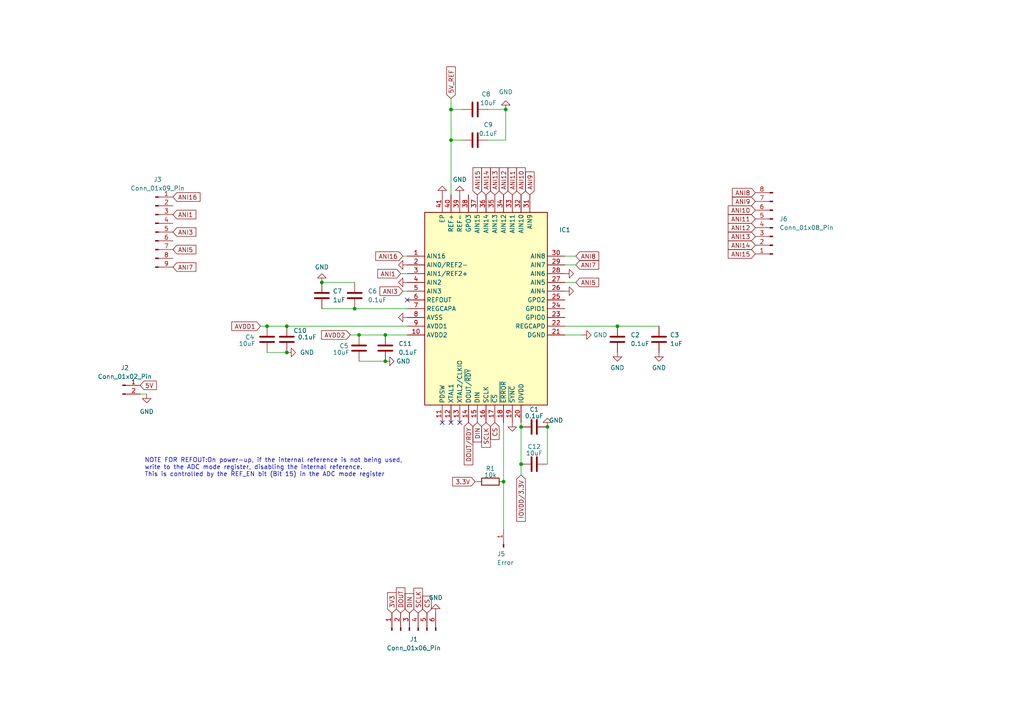
<source format=kicad_sch>
(kicad_sch (version 20230121) (generator eeschema)
  (paper "A4")
  (lib_symbols
    (symbol "21xt_symbols:AD7175-8BCPZ-RL7"
      (property "Reference" "IC" (at 41.91 17.78 0))
      (property "Value" "AD7175-8BCPZ-RL7" (at 41.91 15.24 0))
      (symbol "AD7175-8BCPZ-RL7_1_1"
        (rectangle (start 5.08 12.7) (end 40.64 -43.18) (stroke (width 0.254)) (fill (type background)))
        (pin passive line (at 0 0 0) (length 5.08) (name "AIN16") (number "1"))
        (pin passive line (at 0 -22.86 0) (length 5.08) (name "AVDD2") (number "10"))
        (pin passive line (at 10.16 -48.26 90) (length 5.08) (name "PDSW") (number "11"))
        (pin passive line (at 12.7 -48.26 90) (length 5.08) (name "XTAL1") (number "12"))
        (pin passive line (at 15.24 -48.26 90) (length 5.08) (name "XTAL2/CLKIO") (number "13"))
        (pin passive line (at 17.78 -48.26 90) (length 5.08) (name "DOUT/~{RDY}") (number "14"))
        (pin passive line (at 20.32 -48.26 90) (length 5.08) (name "DIN") (number "15"))
        (pin passive line (at 22.86 -48.26 90) (length 5.08) (name "SCLK") (number "16"))
        (pin passive line (at 25.4 -48.26 90) (length 5.08) (name "~{CS}") (number "17"))
        (pin passive line (at 27.94 -48.26 90) (length 5.08) (name "~{ERROR}") (number "18"))
        (pin passive line (at 30.48 -48.26 90) (length 5.08) (name "~{SYNC}") (number "19"))
        (pin passive line (at 0 -2.54 0) (length 5.08) (name "AIN0/REF2-") (number "2"))
        (pin passive line (at 33.02 -48.26 90) (length 5.08) (name "IOVDD") (number "20"))
        (pin passive line (at 45.72 -22.86 180) (length 5.08) (name "DGND") (number "21"))
        (pin passive line (at 45.72 -20.32 180) (length 5.08) (name "REGCAPD") (number "22"))
        (pin passive line (at 45.72 -17.78 180) (length 5.08) (name "GPIO0") (number "23"))
        (pin passive line (at 45.72 -15.24 180) (length 5.08) (name "GPIO1") (number "24"))
        (pin passive line (at 45.72 -12.7 180) (length 5.08) (name "GPO2") (number "25"))
        (pin passive line (at 45.72 -10.16 180) (length 5.08) (name "AIN4") (number "26"))
        (pin passive line (at 45.72 -7.62 180) (length 5.08) (name "AIN5") (number "27"))
        (pin passive line (at 45.72 -5.08 180) (length 5.08) (name "AIN6") (number "28"))
        (pin passive line (at 45.72 -2.54 180) (length 5.08) (name "AIN7") (number "29"))
        (pin passive line (at 0 -5.08 0) (length 5.08) (name "AIN1/REF2+") (number "3"))
        (pin passive line (at 45.72 0 180) (length 5.08) (name "AIN8") (number "30"))
        (pin passive line (at 35.56 17.78 270) (length 5.08) (name "AIN9") (number "31"))
        (pin passive line (at 33.02 17.78 270) (length 5.08) (name "AIN10") (number "32"))
        (pin passive line (at 30.48 17.78 270) (length 5.08) (name "AIN11") (number "33"))
        (pin passive line (at 27.94 17.78 270) (length 5.08) (name "AIN12") (number "34"))
        (pin passive line (at 25.4 17.78 270) (length 5.08) (name "AIN13") (number "35"))
        (pin passive line (at 22.86 17.78 270) (length 5.08) (name "AIN14") (number "36"))
        (pin passive line (at 20.32 17.78 270) (length 5.08) (name "AIN15") (number "37"))
        (pin passive line (at 17.78 17.78 270) (length 5.08) (name "GPO3") (number "38"))
        (pin passive line (at 15.24 17.78 270) (length 5.08) (name "REF-") (number "39"))
        (pin passive line (at 0 -7.62 0) (length 5.08) (name "AIN2") (number "4"))
        (pin passive line (at 12.7 17.78 270) (length 5.08) (name "REF+") (number "40"))
        (pin passive line (at 10.16 17.78 270) (length 5.08) (name "EP") (number "41"))
        (pin passive line (at 0 -10.16 0) (length 5.08) (name "AIN3") (number "5"))
        (pin passive line (at 0 -12.7 0) (length 5.08) (name "REFOUT") (number "6"))
        (pin passive line (at 0 -15.24 0) (length 5.08) (name "REGCAPA") (number "7"))
        (pin passive line (at 0 -17.78 0) (length 5.08) (name "AVSS") (number "8"))
        (pin passive line (at 0 -20.32 0) (length 5.08) (name "AVDD1") (number "9"))
      )
    )
    (symbol "Connector:Conn_01x01_Pin" (pin_names (offset 1.016) hide)
      (property "Reference" "J" (at 0 2.54 0))
      (property "Value" "Conn_01x01_Pin" (at 0 -2.54 0))
      (symbol "Conn_01x01_Pin_1_1"
        (polyline (pts (xy 1.27 0) (xy 0.8636 0)) (stroke (width 0.1524)))
        (rectangle (start 0.8636 0.127) (end 0 -0.127) (stroke (width 0.1524)) (fill (type outline)))
        (pin passive line (at 5.08 0 180) (length 3.81) (name "Pin_1") (number "1"))
      )
    )
    (symbol "Connector:Conn_01x02_Pin" (pin_names (offset 1.016) hide)
      (property "Reference" "J" (at 0 2.54 0))
      (property "Value" "Conn_01x02_Pin" (at 0 -5.08 0))
      (symbol "Conn_01x02_Pin_1_1"
        (polyline (pts (xy 1.27 -2.54) (xy 0.8636 -2.54)) (stroke (width 0.1524)))
        (polyline (pts (xy 1.27 0) (xy 0.8636 0)) (stroke (width 0.1524)))
        (rectangle (start 0.8636 -2.413) (end 0 -2.667) (stroke (width 0.1524)) (fill (type outline)))
        (rectangle (start 0.8636 0.127) (end 0 -0.127) (stroke (width 0.1524)) (fill (type outline)))
        (pin passive line (at 5.08 0 180) (length 3.81) (name "Pin_1") (number "1"))
        (pin passive line (at 5.08 -2.54 180) (length 3.81) (name "Pin_2") (number "2"))
      )
    )
    (symbol "Connector:Conn_01x06_Pin" (pin_names (offset 1.016) hide)
      (property "Reference" "J" (at 0 7.62 0))
      (property "Value" "Conn_01x06_Pin" (at 0 -10.16 0))
      (symbol "Conn_01x06_Pin_1_1"
        (polyline (pts (xy 1.27 -7.62) (xy 0.8636 -7.62)) (stroke (width 0.1524)))
        (polyline (pts (xy 1.27 -5.08) (xy 0.8636 -5.08)) (stroke (width 0.1524)))
        (polyline (pts (xy 1.27 -2.54) (xy 0.8636 -2.54)) (stroke (width 0.1524)))
        (polyline (pts (xy 1.27 0) (xy 0.8636 0)) (stroke (width 0.1524)))
        (polyline (pts (xy 1.27 2.54) (xy 0.8636 2.54)) (stroke (width 0.1524)))
        (polyline (pts (xy 1.27 5.08) (xy 0.8636 5.08)) (stroke (width 0.1524)))
        (rectangle (start 0.8636 -7.493) (end 0 -7.747) (stroke (width 0.1524)) (fill (type outline)))
        (rectangle (start 0.8636 -4.953) (end 0 -5.207) (stroke (width 0.1524)) (fill (type outline)))
        (rectangle (start 0.8636 -2.413) (end 0 -2.667) (stroke (width 0.1524)) (fill (type outline)))
        (rectangle (start 0.8636 0.127) (end 0 -0.127) (stroke (width 0.1524)) (fill (type outline)))
        (rectangle (start 0.8636 2.667) (end 0 2.413) (stroke (width 0.1524)) (fill (type outline)))
        (rectangle (start 0.8636 5.207) (end 0 4.953) (stroke (width 0.1524)) (fill (type outline)))
        (pin passive line (at 5.08 5.08 180) (length 3.81) (name "Pin_1") (number "1"))
        (pin passive line (at 5.08 2.54 180) (length 3.81) (name "Pin_2") (number "2"))
        (pin passive line (at 5.08 0 180) (length 3.81) (name "Pin_3") (number "3"))
        (pin passive line (at 5.08 -2.54 180) (length 3.81) (name "Pin_4") (number "4"))
        (pin passive line (at 5.08 -5.08 180) (length 3.81) (name "Pin_5") (number "5"))
        (pin passive line (at 5.08 -7.62 180) (length 3.81) (name "Pin_6") (number "6"))
      )
    )
    (symbol "Connector:Conn_01x08_Pin" (pin_names (offset 1.016) hide)
      (property "Reference" "J" (at 0 10.16 0))
      (property "Value" "Conn_01x08_Pin" (at 0 -12.7 0))
      (symbol "Conn_01x08_Pin_1_1"
        (polyline (pts (xy 1.27 -10.16) (xy 0.8636 -10.16)) (stroke (width 0.1524)))
        (polyline (pts (xy 1.27 -7.62) (xy 0.8636 -7.62)) (stroke (width 0.1524)))
        (polyline (pts (xy 1.27 -5.08) (xy 0.8636 -5.08)) (stroke (width 0.1524)))
        (polyline (pts (xy 1.27 -2.54) (xy 0.8636 -2.54)) (stroke (width 0.1524)))
        (polyline (pts (xy 1.27 0) (xy 0.8636 0)) (stroke (width 0.1524)))
        (polyline (pts (xy 1.27 2.54) (xy 0.8636 2.54)) (stroke (width 0.1524)))
        (polyline (pts (xy 1.27 5.08) (xy 0.8636 5.08)) (stroke (width 0.1524)))
        (polyline (pts (xy 1.27 7.62) (xy 0.8636 7.62)) (stroke (width 0.1524)))
        (rectangle (start 0.8636 -10.033) (end 0 -10.287) (stroke (width 0.1524)) (fill (type outline)))
        (rectangle (start 0.8636 -7.493) (end 0 -7.747) (stroke (width 0.1524)) (fill (type outline)))
        (rectangle (start 0.8636 -4.953) (end 0 -5.207) (stroke (width 0.1524)) (fill (type outline)))
        (rectangle (start 0.8636 -2.413) (end 0 -2.667) (stroke (width 0.1524)) (fill (type outline)))
        (rectangle (start 0.8636 0.127) (end 0 -0.127) (stroke (width 0.1524)) (fill (type outline)))
        (rectangle (start 0.8636 2.667) (end 0 2.413) (stroke (width 0.1524)) (fill (type outline)))
        (rectangle (start 0.8636 5.207) (end 0 4.953) (stroke (width 0.1524)) (fill (type outline)))
        (rectangle (start 0.8636 7.747) (end 0 7.493) (stroke (width 0.1524)) (fill (type outline)))
        (pin passive line (at 5.08 7.62 180) (length 3.81) (name "Pin_1") (number "1"))
        (pin passive line (at 5.08 5.08 180) (length 3.81) (name "Pin_2") (number "2"))
        (pin passive line (at 5.08 2.54 180) (length 3.81) (name "Pin_3") (number "3"))
        (pin passive line (at 5.08 0 180) (length 3.81) (name "Pin_4") (number "4"))
        (pin passive line (at 5.08 -2.54 180) (length 3.81) (name "Pin_5") (number "5"))
        (pin passive line (at 5.08 -5.08 180) (length 3.81) (name "Pin_6") (number "6"))
        (pin passive line (at 5.08 -7.62 180) (length 3.81) (name "Pin_7") (number "7"))
        (pin passive line (at 5.08 -10.16 180) (length 3.81) (name "Pin_8") (number "8"))
      )
    )
    (symbol "Connector:Conn_01x09_Pin" (pin_names (offset 1.016) hide)
      (property "Reference" "J" (at 0 12.7 0))
      (property "Value" "Conn_01x09_Pin" (at 0 -12.7 0))
      (symbol "Conn_01x09_Pin_1_1"
        (polyline (pts (xy 1.27 -10.16) (xy 0.8636 -10.16)) (stroke (width 0.1524)))
        (polyline (pts (xy 1.27 -7.62) (xy 0.8636 -7.62)) (stroke (width 0.1524)))
        (polyline (pts (xy 1.27 -5.08) (xy 0.8636 -5.08)) (stroke (width 0.1524)))
        (polyline (pts (xy 1.27 -2.54) (xy 0.8636 -2.54)) (stroke (width 0.1524)))
        (polyline (pts (xy 1.27 0) (xy 0.8636 0)) (stroke (width 0.1524)))
        (polyline (pts (xy 1.27 2.54) (xy 0.8636 2.54)) (stroke (width 0.1524)))
        (polyline (pts (xy 1.27 5.08) (xy 0.8636 5.08)) (stroke (width 0.1524)))
        (polyline (pts (xy 1.27 7.62) (xy 0.8636 7.62)) (stroke (width 0.1524)))
        (polyline (pts (xy 1.27 10.16) (xy 0.8636 10.16)) (stroke (width 0.1524)))
        (rectangle (start 0.8636 -10.033) (end 0 -10.287) (stroke (width 0.1524)) (fill (type outline)))
        (rectangle (start 0.8636 -7.493) (end 0 -7.747) (stroke (width 0.1524)) (fill (type outline)))
        (rectangle (start 0.8636 -4.953) (end 0 -5.207) (stroke (width 0.1524)) (fill (type outline)))
        (rectangle (start 0.8636 -2.413) (end 0 -2.667) (stroke (width 0.1524)) (fill (type outline)))
        (rectangle (start 0.8636 0.127) (end 0 -0.127) (stroke (width 0.1524)) (fill (type outline)))
        (rectangle (start 0.8636 2.667) (end 0 2.413) (stroke (width 0.1524)) (fill (type outline)))
        (rectangle (start 0.8636 5.207) (end 0 4.953) (stroke (width 0.1524)) (fill (type outline)))
        (rectangle (start 0.8636 7.747) (end 0 7.493) (stroke (width 0.1524)) (fill (type outline)))
        (rectangle (start 0.8636 10.287) (end 0 10.033) (stroke (width 0.1524)) (fill (type outline)))
        (pin passive line (at 5.08 10.16 180) (length 3.81) (name "Pin_1") (number "1"))
        (pin passive line (at 5.08 7.62 180) (length 3.81) (name "Pin_2") (number "2"))
        (pin passive line (at 5.08 5.08 180) (length 3.81) (name "Pin_3") (number "3"))
        (pin passive line (at 5.08 2.54 180) (length 3.81) (name "Pin_4") (number "4"))
        (pin passive line (at 5.08 0 180) (length 3.81) (name "Pin_5") (number "5"))
        (pin passive line (at 5.08 -2.54 180) (length 3.81) (name "Pin_6") (number "6"))
        (pin passive line (at 5.08 -5.08 180) (length 3.81) (name "Pin_7") (number "7"))
        (pin passive line (at 5.08 -7.62 180) (length 3.81) (name "Pin_8") (number "8"))
        (pin passive line (at 5.08 -10.16 180) (length 3.81) (name "Pin_9") (number "9"))
      )
    )
    (symbol "Device:C" (pin_numbers hide) (pin_names (offset 0.254))
      (property "Reference" "C" (at 0.635 2.54 0))
      (property "Value" "C" (at 0.635 -2.54 0))
      (symbol "C_0_1"
        (polyline (pts (xy -2.032 -0.762) (xy 2.032 -0.762)) (stroke (width 0.508)))
        (polyline (pts (xy -2.032 0.762) (xy 2.032 0.762)) (stroke (width 0.508)))
      )
      (symbol "C_1_1"
        (pin passive line (at 0 3.81 270) (length 2.794) (name "~") (number "1"))
        (pin passive line (at 0 -3.81 90) (length 2.794) (name "~") (number "2"))
      )
    )
    (symbol "Device:R" (pin_numbers hide) (pin_names (offset 0))
      (property "Reference" "R" (at 2.032 0 90))
      (property "Value" "R" (at 0 0 90))
      (symbol "R_0_1"
        (rectangle (start -1.016 -2.54) (end 1.016 2.54) (stroke (width 0.254)))
      )
      (symbol "R_1_1"
        (pin passive line (at 0 3.81 270) (length 1.27) (name "~") (number "1"))
        (pin passive line (at 0 -3.81 90) (length 1.27) (name "~") (number "2"))
      )
    )
    (symbol "power:GND" (power) (pin_names (offset 0))
      (property "Value" "GND" (at 0 -3.81 0))
      (symbol "GND_0_1"
        (polyline (pts (xy 0 0) (xy 0 -1.27) (xy 1.27 -1.27) (xy 0 -2.54) (xy -1.27 -1.27) (xy 0 -1.27)))
      )
      (symbol "GND_1_1"
        (pin power_in line (at 0 0 270) (length 0) hide (name "GND") (number "1"))
      )
    )
  )
  (junction (at 111.76 97.155))
  (junction (at 83.185 94.615))
  (junction (at 111.76 104.775))
  (junction (at 102.87 89.535))
  (junction (at 158.75 123.825))
  (junction (at 151.13 134.62))
  (junction (at 77.47 94.615))
  (junction (at 146.685 31.75))
  (junction (at 179.07 94.615))
  (junction (at 130.81 40.64))
  (junction (at 130.81 31.75))
  (junction (at 83.185 102.235))
  (junction (at 146.05 139.7))
  (junction (at 104.14 97.155))
  (junction (at 93.345 81.915))
  (junction (at 151.13 123.825))
  (no_connect (at 118.11 86.995))
  (no_connect (at 128.27 122.555))
  (no_connect (at 133.35 122.555))
  (no_connect (at 130.81 122.555))
  (wire (pts (xy 141.605 40.64) (xy 146.685 40.64)))
  (wire (pts (xy 146.685 40.64) (xy 146.685 31.75)))
  (wire (pts (xy 146.05 139.7) (xy 146.05 153.67)))
  (wire (pts (xy 130.81 40.64) (xy 130.81 31.75)))
  (wire (pts (xy 101.6 97.155) (xy 104.14 97.155)))
  (wire (pts (xy 104.14 104.775) (xy 111.76 104.775)))
  (wire (pts (xy 179.07 94.615) (xy 191.135 94.615)))
  (wire (pts (xy 77.47 94.615) (xy 83.185 94.615)))
  (wire (pts (xy 83.185 94.615) (xy 118.11 94.615)))
  (wire (pts (xy 77.47 102.235) (xy 83.185 102.235)))
  (wire (pts (xy 104.14 97.155) (xy 111.76 97.155)))
  (wire (pts (xy 163.83 94.615) (xy 179.07 94.615)))
  (wire (pts (xy 137.795 139.7) (xy 138.43 139.7)))
  (wire (pts (xy 116.84 74.295) (xy 118.11 74.295)))
  (wire (pts (xy 151.13 122.555) (xy 151.13 123.825)))
  (wire (pts (xy 116.84 84.455) (xy 118.11 84.455)))
  (wire (pts (xy 146.685 31.75) (xy 141.605 31.75)))
  (wire (pts (xy 151.13 134.62) (xy 151.13 137.795)))
  (wire (pts (xy 158.75 123.825) (xy 158.75 134.62)))
  (wire (pts (xy 130.81 31.75) (xy 130.81 28.575)))
  (wire (pts (xy 167.005 81.915) (xy 163.83 81.915)))
  (wire (pts (xy 93.345 81.915) (xy 102.87 81.915)))
  (wire (pts (xy 40.64 114.3) (xy 42.545 114.3)))
  (wire (pts (xy 130.81 56.515) (xy 130.81 40.64)))
  (wire (pts (xy 102.87 89.535) (xy 118.11 89.535)))
  (wire (pts (xy 130.81 31.75) (xy 133.985 31.75)))
  (wire (pts (xy 167.005 74.295) (xy 163.83 74.295)))
  (wire (pts (xy 151.13 123.825) (xy 151.13 134.62)))
  (wire (pts (xy 75.565 94.615) (xy 77.47 94.615)))
  (wire (pts (xy 146.05 122.555) (xy 146.05 139.7)))
  (wire (pts (xy 93.345 89.535) (xy 102.87 89.535)))
  (wire (pts (xy 130.81 40.64) (xy 133.985 40.64)))
  (wire (pts (xy 163.83 97.155) (xy 168.91 97.155)))
  (wire (pts (xy 111.76 97.155) (xy 118.11 97.155)))
  (wire (pts (xy 167.005 76.835) (xy 163.83 76.835)))
  (wire (pts (xy 116.205 79.375) (xy 118.11 79.375)))
  (text "NOTE FOR REFOUT:On power-up, if the internal reference is not being used, \nwrite to the ADC mode register, disabling the internal reference. \nThis is controlled by the REF_EN bit (Bit 15) in the ADC mode register" (at 41.91 138.43 0) (effects (font (size 1.27 1.27)) (justify left bottom)))
  (global_label "3V3" (shape input) (at 113.665 177.8 90) (property "Intersheetrefs" "${INTERSHEET_REFS}" (effects hide)))
  (global_label "DOUT" (shape input) (at 116.205 177.8 90) (property "Intersheetrefs" "${INTERSHEET_REFS}" (effects hide)))
  (global_label "ANI1" (shape input) (at 116.205 79.375 180) (property "Intersheetrefs" "${INTERSHEET_REFS}" (effects hide)))
  (global_label "ANI5" (shape input) (at 50.165 72.39 0) (property "Intersheetrefs" "${INTERSHEET_REFS}" (effects hide)))
  (global_label "ANI11" (shape input) (at 148.59 56.515 90) (property "Intersheetrefs" "${INTERSHEET_REFS}" (effects hide)))
  (global_label "IOVDD{slash}3.3V" (shape input) (at 151.13 137.795 270) (property "Intersheetrefs" "${INTERSHEET_REFS}" (effects hide)))
  (global_label "5V_REF" (shape input) (at 130.81 28.575 90) (property "Intersheetrefs" "${INTERSHEET_REFS}" (effects hide)))
  (global_label "ANI8" (shape input) (at 167.005 74.295 0) (property "Intersheetrefs" "${INTERSHEET_REFS}" (effects hide)))
  (global_label "ANI16" (shape input) (at 116.84 74.295 180) (property "Intersheetrefs" "${INTERSHEET_REFS}" (effects hide)))
  (global_label "ANI14" (shape input) (at 219.075 71.12 180) (property "Intersheetrefs" "${INTERSHEET_REFS}" (effects hide)))
  (global_label "ANI3" (shape input) (at 116.84 84.455 180) (property "Intersheetrefs" "${INTERSHEET_REFS}" (effects hide)))
  (global_label "ANI15" (shape input) (at 219.075 73.66 180) (property "Intersheetrefs" "${INTERSHEET_REFS}" (effects hide)))
  (global_label "AVDD2" (shape input) (at 101.6 97.155 180) (property "Intersheetrefs" "${INTERSHEET_REFS}" (effects hide)))
  (global_label "ANI8" (shape input) (at 219.075 55.88 180) (property "Intersheetrefs" "${INTERSHEET_REFS}" (effects hide)))
  (global_label "ANI11" (shape input) (at 219.075 63.5 180) (property "Intersheetrefs" "${INTERSHEET_REFS}" (effects hide)))
  (global_label "ANI1" (shape input) (at 50.165 62.23 0) (property "Intersheetrefs" "${INTERSHEET_REFS}" (effects hide)))
  (global_label "ANI16" (shape input) (at 50.165 57.15 0) (property "Intersheetrefs" "${INTERSHEET_REFS}" (effects hide)))
  (global_label "ANI3" (shape input) (at 50.165 67.31 0) (property "Intersheetrefs" "${INTERSHEET_REFS}" (effects hide)))
  (global_label "ANI14" (shape input) (at 140.97 56.515 90) (property "Intersheetrefs" "${INTERSHEET_REFS}" (effects hide)))
  (global_label "ANI9" (shape input) (at 219.075 58.42 180) (property "Intersheetrefs" "${INTERSHEET_REFS}" (effects hide)))
  (global_label "ANI10" (shape input) (at 219.075 60.96 180) (property "Intersheetrefs" "${INTERSHEET_REFS}" (effects hide)))
  (global_label "ANI12" (shape input) (at 146.05 56.515 90) (property "Intersheetrefs" "${INTERSHEET_REFS}" (effects hide)))
  (global_label "ANI13" (shape input) (at 219.075 68.58 180) (property "Intersheetrefs" "${INTERSHEET_REFS}" (effects hide)))
  (global_label "DIN" (shape input) (at 138.43 122.555 270) (property "Intersheetrefs" "${INTERSHEET_REFS}" (effects hide)))
  (global_label "ANI15" (shape input) (at 138.43 56.515 90) (property "Intersheetrefs" "${INTERSHEET_REFS}" (effects hide)))
  (global_label "ANI7" (shape input) (at 167.005 76.835 0) (property "Intersheetrefs" "${INTERSHEET_REFS}" (effects hide)))
  (global_label "ANI7" (shape input) (at 50.165 77.47 0) (property "Intersheetrefs" "${INTERSHEET_REFS}" (effects hide)))
  (global_label "ANI13" (shape input) (at 143.51 56.515 90) (property "Intersheetrefs" "${INTERSHEET_REFS}" (effects hide)))
  (global_label "ANI9" (shape input) (at 153.67 56.515 90) (property "Intersheetrefs" "${INTERSHEET_REFS}" (effects hide)))
  (global_label "AVDD1" (shape input) (at 75.565 94.615 180) (property "Intersheetrefs" "${INTERSHEET_REFS}" (effects hide)))
  (global_label "ANI12" (shape input) (at 219.075 66.04 180) (property "Intersheetrefs" "${INTERSHEET_REFS}" (effects hide)))
  (global_label "5V" (shape input) (at 40.64 111.76 0) (property "Intersheetrefs" "${INTERSHEET_REFS}" (effects hide)))
  (global_label "ANI10" (shape input) (at 151.13 56.515 90) (property "Intersheetrefs" "${INTERSHEET_REFS}" (effects hide)))
  (global_label "3.3V" (shape input) (at 137.795 139.7 180) (property "Intersheetrefs" "${INTERSHEET_REFS}" (effects hide)))
  (global_label "DIN" (shape input) (at 118.745 177.8 90) (property "Intersheetrefs" "${INTERSHEET_REFS}" (effects hide)))
  (global_label "SCLK" (shape input) (at 140.97 122.555 270) (property "Intersheetrefs" "${INTERSHEET_REFS}" (effects hide)))
  (global_label "SCLK" (shape input) (at 121.285 177.8 90) (property "Intersheetrefs" "${INTERSHEET_REFS}" (effects hide)))
  (global_label "CS" (shape input) (at 143.51 122.555 270) (property "Intersheetrefs" "${INTERSHEET_REFS}" (effects hide)))
  (global_label "ANI5" (shape input) (at 167.005 81.915 0) (property "Intersheetrefs" "${INTERSHEET_REFS}" (effects hide)))
  (global_label "DOUT{slash}RDY" (shape input) (at 135.89 122.555 270) (property "Intersheetrefs" "${INTERSHEET_REFS}" (effects hide)))
  (global_label "CS" (shape input) (at 123.825 177.8 90) (property "Intersheetrefs" "${INTERSHEET_REFS}" (effects hide)))
  (symbol (lib_id "power:GND") (at 163.83 84.455 90) (unit 1)
    (property "Reference" "#PWR016" (effects hide))
    (property "Value" "GND" (effects hide))
  )
  (symbol (lib_id "21xt_symbols:AD7175-8BCPZ-RL7") (at 118.11 74.295 0) (unit 1)
    (property "Reference" "IC1" (at 163.83 66.675 0))
    (property "Value" "AD7175-8BCPZ-RL7" (effects hide))
    (property "Footprint" "QFN50P600X600X80-41N-D" (effects hide))
    (property "Datasheet" "https://componentsearchengine.com/Datasheets/2/AD7175-8BCPZ-RL7.pdf" (effects hide))
    (property "Height" "0.8" (effects hide))
    (property "Mouser Part Number" "584-AD7175-8BCPZ-RL7" (effects hide))
    (property "Mouser Price/Stock" "https://www.mouser.co.uk/ProductDetail/Analog-Devices/AD7175-8BCPZ-RL7?qs=JeIcUl65ClCxXjl02vXI6Q%3D%3D" (effects hide))
    (property "Manufacturer_Name" "Analog Devices" (effects hide))
    (property "Manufacturer_Part_Number" "AD7175-8BCPZ-RL7" (effects hide))
  )
  (symbol (lib_id "Device:C") (at 102.87 85.725 0) (unit 1)
    (property "Reference" "C6" (at 106.68 84.455 0) (effects (justify left)))
    (property "Value" "0.1uF" (at 106.68 86.995 0) (effects (justify left)))
  )
  (symbol (lib_id "Connector:Conn_01x09_Pin") (at 45.085 67.31 0) (unit 1)
    (property "Reference" "J3" (at 45.72 52.07 0))
    (property "Value" "Conn_01x09_Pin" (at 45.72 54.61 0))
  )
  (symbol (lib_id "power:GND") (at 118.11 76.835 270) (unit 1)
    (property "Reference" "#PWR013" (effects hide))
    (property "Value" "GND" (effects hide))
  )
  (symbol (lib_id "Device:C") (at 154.94 134.62 90) (unit 1)
    (property "Reference" "C12" (at 154.94 129.54 90))
    (property "Value" "10uF" (at 154.94 131.445 90))
  )
  (symbol (lib_id "power:GND") (at 191.135 102.235 0) (unit 1)
    (property "Reference" "#PWR03" (effects hide))
    (property "Value" "GND" (at 191.135 106.68 0))
  )
  (symbol (lib_id "Device:C") (at 154.94 123.825 90) (unit 1)
    (property "Reference" "C1" (at 154.94 118.745 90))
    (property "Value" "0.1uF" (at 154.94 120.65 90))
  )
  (symbol (lib_id "power:GND") (at 83.185 102.235 90) (unit 1)
    (property "Reference" "#PWR04" (effects hide))
    (property "Value" "GND" (at 86.995 102.235 90) (effects (justify right)))
  )
  (symbol (lib_id "power:GND") (at 146.685 31.75 180) (unit 1)
    (property "Reference" "#PWR09" (effects hide))
    (property "Value" "GND" (at 146.685 26.67 0))
  )
  (symbol (lib_id "Device:C") (at 83.185 98.425 0) (unit 1)
    (property "Reference" "C10" (at 85.09 95.885 0) (effects (justify left)))
    (property "Value" "0.1uF" (at 86.36 97.79 0) (effects (justify left)))
  )
  (symbol (lib_id "power:GND") (at 93.345 81.915 180) (unit 1)
    (property "Reference" "#PWR06" (effects hide))
    (property "Value" "GND" (at 93.345 77.47 0))
  )
  (symbol (lib_id "Device:C") (at 179.07 98.425 0) (unit 1)
    (property "Reference" "C2" (at 182.88 97.155 0) (effects (justify left)))
    (property "Value" "0.1uF" (at 182.88 99.695 0) (effects (justify left)))
  )
  (symbol (lib_id "power:GND") (at 126.365 177.8 180) (unit 1)
    (property "Reference" "#PWR011" (effects hide))
    (property "Value" "GND" (at 126.365 173.355 0))
  )
  (symbol (lib_id "Device:C") (at 104.14 100.965 0) (unit 1)
    (property "Reference" "C5" (at 98.425 100.33 0) (effects (justify left)))
    (property "Value" "10uF" (at 96.52 102.235 0) (effects (justify left)))
  )
  (symbol (lib_id "Connector:Conn_01x02_Pin") (at 35.56 111.76 0) (unit 1)
    (property "Reference" "J2" (at 36.195 106.68 0))
    (property "Value" "Conn_01x02_Pin" (at 36.195 109.22 0))
  )
  (symbol (lib_id "Device:C") (at 191.135 98.425 0) (unit 1)
    (property "Reference" "C3" (at 194.31 97.155 0) (effects (justify left)))
    (property "Value" "1uF" (at 194.31 99.695 0) (effects (justify left)))
  )
  (symbol (lib_id "power:GND") (at 42.545 114.3 0) (unit 1)
    (property "Reference" "#PWR012" (effects hide))
    (property "Value" "GND" (at 42.545 119.38 0))
  )
  (symbol (lib_id "power:GND") (at 118.11 92.075 270) (unit 1)
    (property "Reference" "#PWR07" (effects hide))
    (property "Value" "GND" (effects hide))
  )
  (symbol (lib_id "Device:C") (at 137.795 31.75 90) (unit 1)
    (property "Reference" "C8" (at 140.97 27.305 90))
    (property "Value" "10uF" (at 141.605 29.845 90))
  )
  (symbol (lib_id "Connector:Conn_01x01_Pin") (at 146.05 158.75 90) (unit 1)
    (property "Reference" "J5" (at 144.145 160.655 90) (effects (justify right)))
    (property "Value" "Error" (at 144.145 163.195 90) (effects (justify right)))
  )
  (symbol (lib_id "Device:C") (at 77.47 98.425 0) (unit 1)
    (property "Reference" "C4" (at 71.12 97.79 0) (effects (justify left)))
    (property "Value" "10uF" (at 69.215 99.695 0) (effects (justify left)))
  )
  (symbol (lib_id "Device:C") (at 111.76 100.965 0) (unit 1)
    (property "Reference" "C11" (at 115.57 99.695 0) (effects (justify left)))
    (property "Value" "0.1uF" (at 115.57 102.235 0) (effects (justify left)))
  )
  (symbol (lib_id "Connector:Conn_01x08_Pin") (at 224.155 66.04 180) (unit 1)
    (property "Reference" "J6" (at 226.06 63.5 0) (effects (justify right)))
    (property "Value" "Conn_01x08_Pin" (at 226.06 66.04 0) (effects (justify right)))
  )
  (symbol (lib_id "power:GND") (at 163.83 79.375 90) (unit 1)
    (property "Reference" "#PWR015" (effects hide))
    (property "Value" "GND" (effects hide))
  )
  (symbol (lib_id "power:GND") (at 118.11 81.915 270) (unit 1)
    (property "Reference" "#PWR014" (effects hide))
    (property "Value" "GND" (effects hide))
  )
  (symbol (lib_id "Device:C") (at 93.345 85.725 0) (unit 1)
    (property "Reference" "C7" (at 96.52 84.455 0) (effects (justify left)))
    (property "Value" "1uF" (at 96.52 86.995 0) (effects (justify left)))
  )
  (symbol (lib_id "power:GND") (at 128.27 56.515 180) (unit 1)
    (property "Reference" "#PWR018" (effects hide))
    (property "Value" "GND" (effects hide))
  )
  (symbol (lib_id "power:GND") (at 158.75 123.825 180) (unit 1)
    (property "Reference" "#PWR010" (effects hide))
    (property "Value" "GND" (at 161.29 121.92 0))
  )
  (symbol (lib_id "Device:C") (at 137.795 40.64 90) (unit 1)
    (property "Reference" "C9" (at 141.605 36.195 90))
    (property "Value" "0.1uF" (at 141.605 38.735 90))
  )
  (symbol (lib_id "power:GND") (at 111.76 104.775 90) (unit 1)
    (property "Reference" "#PWR05" (effects hide))
    (property "Value" "GND" (at 114.935 104.775 90) (effects (justify right)))
  )
  (symbol (lib_id "power:GND") (at 179.07 102.235 0) (unit 1)
    (property "Reference" "#PWR02" (effects hide))
    (property "Value" "GND" (at 179.07 106.68 0))
  )
  (symbol (lib_id "power:GND") (at 148.59 122.555 0) (unit 1)
    (property "Reference" "#PWR017" (effects hide))
    (property "Value" "GND" (effects hide))
  )
  (symbol (lib_id "Device:R") (at 142.24 139.7 90) (unit 1)
    (property "Reference" "R1" (at 142.24 135.89 90))
    (property "Value" "10k" (at 142.24 137.795 90))
  )
  (symbol (lib_id "power:GND") (at 168.91 97.155 90) (unit 1)
    (property "Reference" "#PWR01" (effects hide))
    (property "Value" "GND" (at 172.085 97.155 90) (effects (justify right)))
  )
  (symbol (lib_id "Connector:Conn_01x06_Pin") (at 118.745 182.88 90) (unit 1)
    (property "Reference" "J1" (at 120.015 185.42 90))
    (property "Value" "Conn_01x06_Pin" (at 120.015 187.96 90))
  )
  (symbol (lib_id "power:GND") (at 133.35 56.515 180) (unit 1)
    (property "Reference" "#PWR08" (effects hide))
    (property "Value" "GND" (at 133.35 52.07 0))
  )
)
</source>
